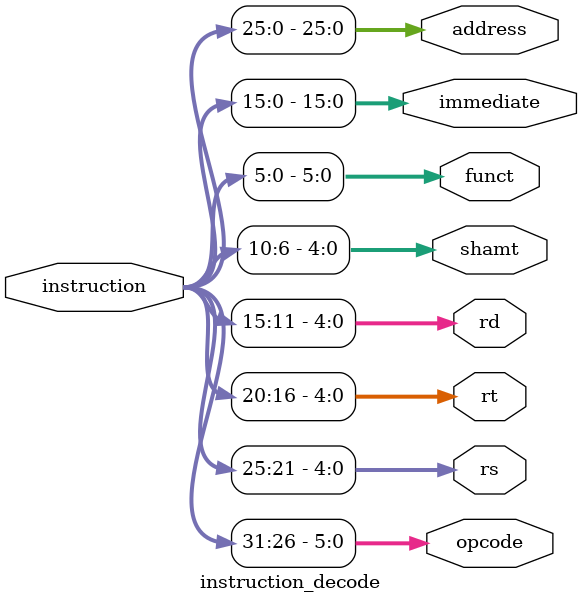
<source format=v>

`timescale 1ns / 1ps
module instruction_decode (
    input [31:0] instruction,
    output [5:0] opcode,
    output [4:0] rs,
    output [4:0] rt,
    output [4:0] rd,
    output [4:0] shamt,
    output [5:0] funct,
    output [15:0] immediate,
    output [25:0] address
);
    assign opcode    = instruction[31:26];
    assign rs        = instruction[25:21];
    assign rt        = instruction[20:16];
    assign rd        = instruction[15:11];
    assign shamt     = instruction[10:6];
    assign funct     = instruction[5:0];
    assign immediate = instruction[15:0];
    assign address   = instruction[25:0];
endmodule

</source>
